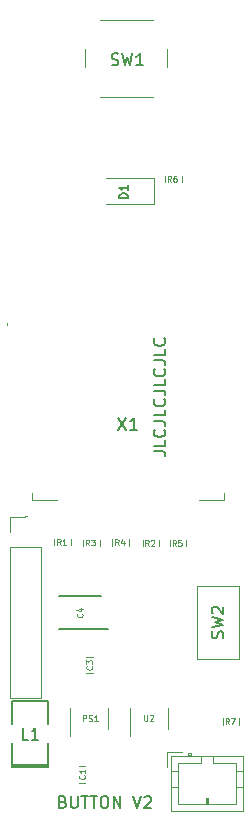
<source format=gbr>
G04 #@! TF.GenerationSoftware,KiCad,Pcbnew,(5.1.9)-1*
G04 #@! TF.CreationDate,2021-03-01T14:09:20+01:00*
G04 #@! TF.ProjectId,button,62757474-6f6e-42e6-9b69-6361645f7063,rev?*
G04 #@! TF.SameCoordinates,Original*
G04 #@! TF.FileFunction,Legend,Top*
G04 #@! TF.FilePolarity,Positive*
%FSLAX46Y46*%
G04 Gerber Fmt 4.6, Leading zero omitted, Abs format (unit mm)*
G04 Created by KiCad (PCBNEW (5.1.9)-1) date 2021-03-01 14:09:20*
%MOMM*%
%LPD*%
G01*
G04 APERTURE LIST*
%ADD10C,0.150000*%
%ADD11C,0.120000*%
%ADD12C,0.200000*%
%ADD13C,0.125000*%
G04 APERTURE END LIST*
D10*
X121752380Y-112588571D02*
X121895238Y-112636190D01*
X121942857Y-112683809D01*
X121990476Y-112779047D01*
X121990476Y-112921904D01*
X121942857Y-113017142D01*
X121895238Y-113064761D01*
X121800000Y-113112380D01*
X121419047Y-113112380D01*
X121419047Y-112112380D01*
X121752380Y-112112380D01*
X121847619Y-112160000D01*
X121895238Y-112207619D01*
X121942857Y-112302857D01*
X121942857Y-112398095D01*
X121895238Y-112493333D01*
X121847619Y-112540952D01*
X121752380Y-112588571D01*
X121419047Y-112588571D01*
X122419047Y-112112380D02*
X122419047Y-112921904D01*
X122466666Y-113017142D01*
X122514285Y-113064761D01*
X122609523Y-113112380D01*
X122800000Y-113112380D01*
X122895238Y-113064761D01*
X122942857Y-113017142D01*
X122990476Y-112921904D01*
X122990476Y-112112380D01*
X123323809Y-112112380D02*
X123895238Y-112112380D01*
X123609523Y-113112380D02*
X123609523Y-112112380D01*
X124085714Y-112112380D02*
X124657142Y-112112380D01*
X124371428Y-113112380D02*
X124371428Y-112112380D01*
X125180952Y-112112380D02*
X125371428Y-112112380D01*
X125466666Y-112160000D01*
X125561904Y-112255238D01*
X125609523Y-112445714D01*
X125609523Y-112779047D01*
X125561904Y-112969523D01*
X125466666Y-113064761D01*
X125371428Y-113112380D01*
X125180952Y-113112380D01*
X125085714Y-113064761D01*
X124990476Y-112969523D01*
X124942857Y-112779047D01*
X124942857Y-112445714D01*
X124990476Y-112255238D01*
X125085714Y-112160000D01*
X125180952Y-112112380D01*
X126038095Y-113112380D02*
X126038095Y-112112380D01*
X126609523Y-113112380D01*
X126609523Y-112112380D01*
X127704761Y-112112380D02*
X128038095Y-113112380D01*
X128371428Y-112112380D01*
X128657142Y-112207619D02*
X128704761Y-112160000D01*
X128800000Y-112112380D01*
X129038095Y-112112380D01*
X129133333Y-112160000D01*
X129180952Y-112207619D01*
X129228571Y-112302857D01*
X129228571Y-112398095D01*
X129180952Y-112540952D01*
X128609523Y-113112380D01*
X129228571Y-113112380D01*
X129422380Y-82919047D02*
X130136666Y-82919047D01*
X130279523Y-82966666D01*
X130374761Y-83061904D01*
X130422380Y-83204761D01*
X130422380Y-83300000D01*
X130422380Y-81966666D02*
X130422380Y-82442857D01*
X129422380Y-82442857D01*
X130327142Y-81061904D02*
X130374761Y-81109523D01*
X130422380Y-81252380D01*
X130422380Y-81347619D01*
X130374761Y-81490476D01*
X130279523Y-81585714D01*
X130184285Y-81633333D01*
X129993809Y-81680952D01*
X129850952Y-81680952D01*
X129660476Y-81633333D01*
X129565238Y-81585714D01*
X129470000Y-81490476D01*
X129422380Y-81347619D01*
X129422380Y-81252380D01*
X129470000Y-81109523D01*
X129517619Y-81061904D01*
X129422380Y-80347619D02*
X130136666Y-80347619D01*
X130279523Y-80395238D01*
X130374761Y-80490476D01*
X130422380Y-80633333D01*
X130422380Y-80728571D01*
X130422380Y-79395238D02*
X130422380Y-79871428D01*
X129422380Y-79871428D01*
X130327142Y-78490476D02*
X130374761Y-78538095D01*
X130422380Y-78680952D01*
X130422380Y-78776190D01*
X130374761Y-78919047D01*
X130279523Y-79014285D01*
X130184285Y-79061904D01*
X129993809Y-79109523D01*
X129850952Y-79109523D01*
X129660476Y-79061904D01*
X129565238Y-79014285D01*
X129470000Y-78919047D01*
X129422380Y-78776190D01*
X129422380Y-78680952D01*
X129470000Y-78538095D01*
X129517619Y-78490476D01*
X129422380Y-77776190D02*
X130136666Y-77776190D01*
X130279523Y-77823809D01*
X130374761Y-77919047D01*
X130422380Y-78061904D01*
X130422380Y-78157142D01*
X130422380Y-76823809D02*
X130422380Y-77300000D01*
X129422380Y-77300000D01*
X130327142Y-75919047D02*
X130374761Y-75966666D01*
X130422380Y-76109523D01*
X130422380Y-76204761D01*
X130374761Y-76347619D01*
X130279523Y-76442857D01*
X130184285Y-76490476D01*
X129993809Y-76538095D01*
X129850952Y-76538095D01*
X129660476Y-76490476D01*
X129565238Y-76442857D01*
X129470000Y-76347619D01*
X129422380Y-76204761D01*
X129422380Y-76109523D01*
X129470000Y-75966666D01*
X129517619Y-75919047D01*
X129422380Y-75204761D02*
X130136666Y-75204761D01*
X130279523Y-75252380D01*
X130374761Y-75347619D01*
X130422380Y-75490476D01*
X130422380Y-75585714D01*
X130422380Y-74252380D02*
X130422380Y-74728571D01*
X129422380Y-74728571D01*
X130327142Y-73347619D02*
X130374761Y-73395238D01*
X130422380Y-73538095D01*
X130422380Y-73633333D01*
X130374761Y-73776190D01*
X130279523Y-73871428D01*
X130184285Y-73919047D01*
X129993809Y-73966666D01*
X129850952Y-73966666D01*
X129660476Y-73919047D01*
X129565238Y-73871428D01*
X129470000Y-73776190D01*
X129422380Y-73633333D01*
X129422380Y-73538095D01*
X129470000Y-73395238D01*
X129517619Y-73347619D01*
D11*
G04 #@! TO.C,PS1*
X122390000Y-104600000D02*
X122390000Y-107050000D01*
X125610000Y-106400000D02*
X125610000Y-104600000D01*
D12*
G04 #@! TO.C,C4*
X124940000Y-95120000D02*
X121440000Y-95120000D01*
X121440000Y-97920000D02*
X125565000Y-97920000D01*
D10*
G04 #@! TO.C,L1*
X117436000Y-109674000D02*
X120484000Y-109674000D01*
X120484000Y-105991000D02*
X120484000Y-104086000D01*
X120484000Y-104086000D02*
X117436000Y-104086000D01*
X117436000Y-104086000D02*
X117436000Y-105991000D01*
X117436000Y-107642000D02*
X117436000Y-109674000D01*
X117436000Y-109474000D02*
X120484000Y-109474000D01*
X120484000Y-109674000D02*
X120484000Y-107642000D01*
D11*
G04 #@! TO.C,D1*
X129445000Y-59765000D02*
X125360000Y-59765000D01*
X129445000Y-61935000D02*
X129445000Y-59765000D01*
X125360000Y-61935000D02*
X129445000Y-61935000D01*
G04 #@! TO.C,U2*
X130610000Y-106400000D02*
X130610000Y-104600000D01*
X127390000Y-104600000D02*
X127390000Y-107050000D01*
G04 #@! TO.C,C3*
X124261252Y-101710000D02*
X123738748Y-101710000D01*
X124261252Y-100290000D02*
X123738748Y-100290000D01*
G04 #@! TO.C,C1*
X123138748Y-109540000D02*
X123661252Y-109540000D01*
X123138748Y-110960000D02*
X123661252Y-110960000D01*
G04 #@! TO.C,R3*
X123470000Y-90911252D02*
X123470000Y-90388748D01*
X124890000Y-90911252D02*
X124890000Y-90388748D01*
G04 #@! TO.C,R1*
X121020000Y-90851252D02*
X121020000Y-90328748D01*
X122440000Y-90851252D02*
X122440000Y-90328748D01*
G04 #@! TO.C,R7*
X135280000Y-106051252D02*
X135280000Y-105528748D01*
X136700000Y-106051252D02*
X136700000Y-105528748D01*
G04 #@! TO.C,R6*
X130380000Y-60111252D02*
X130380000Y-59588748D01*
X131800000Y-60111252D02*
X131800000Y-59588748D01*
G04 #@! TO.C,R5*
X130790000Y-90961252D02*
X130790000Y-90438748D01*
X132210000Y-90961252D02*
X132210000Y-90438748D01*
G04 #@! TO.C,R4*
X125940000Y-90886252D02*
X125940000Y-90363748D01*
X127360000Y-90886252D02*
X127360000Y-90363748D01*
G04 #@! TO.C,R2*
X128490000Y-90961252D02*
X128490000Y-90438748D01*
X129910000Y-90961252D02*
X129910000Y-90438748D01*
G04 #@! TO.C,C2*
X116988000Y-72251835D02*
X116988000Y-72020165D01*
G04 #@! TO.C,X1*
X135374000Y-86430000D02*
X135374000Y-87050000D01*
X135374000Y-87050000D02*
X133254000Y-87050000D01*
X121254000Y-87050000D02*
X119134000Y-87050000D01*
X119134000Y-87050000D02*
X119134000Y-86430000D01*
G04 #@! TO.C,C5*
X118740835Y-88385000D02*
X118509165Y-88385000D01*
G04 #@! TO.C,BT2*
X130570000Y-108380000D02*
X130570000Y-109630000D01*
X131820000Y-108380000D02*
X130570000Y-108380000D01*
X133930000Y-112790000D02*
X133930000Y-112290000D01*
X134030000Y-112290000D02*
X134030000Y-112790000D01*
X133830000Y-112290000D02*
X134030000Y-112290000D01*
X133830000Y-112790000D02*
X133830000Y-112290000D01*
X136990000Y-111290000D02*
X136380000Y-111290000D01*
X136990000Y-109990000D02*
X136380000Y-109990000D01*
X130870000Y-111290000D02*
X131480000Y-111290000D01*
X130870000Y-109990000D02*
X131480000Y-109990000D01*
X134430000Y-109290000D02*
X134430000Y-108680000D01*
X136380000Y-109290000D02*
X134430000Y-109290000D01*
X136380000Y-112790000D02*
X136380000Y-109290000D01*
X131480000Y-112790000D02*
X136380000Y-112790000D01*
X131480000Y-109290000D02*
X131480000Y-112790000D01*
X133430000Y-109290000D02*
X131480000Y-109290000D01*
X133430000Y-108680000D02*
X133430000Y-109290000D01*
X132630000Y-108580000D02*
X132330000Y-108580000D01*
X132330000Y-108480000D02*
X132330000Y-108680000D01*
X132630000Y-108480000D02*
X132330000Y-108480000D01*
X132630000Y-108680000D02*
X132630000Y-108480000D01*
X136990000Y-108680000D02*
X130870000Y-108680000D01*
X136990000Y-113400000D02*
X136990000Y-108680000D01*
X130870000Y-113400000D02*
X136990000Y-113400000D01*
X130870000Y-108680000D02*
X130870000Y-113400000D01*
G04 #@! TO.C,J1*
X117230000Y-88440000D02*
X118560000Y-88440000D01*
X117230000Y-89770000D02*
X117230000Y-88440000D01*
X117230000Y-91040000D02*
X119890000Y-91040000D01*
X119890000Y-91040000D02*
X119890000Y-103800000D01*
X117230000Y-91040000D02*
X117230000Y-103800000D01*
X117230000Y-103800000D02*
X119890000Y-103800000D01*
G04 #@! TO.C,SW2*
X136700000Y-94330000D02*
X136700000Y-100450000D01*
X136700000Y-100450000D02*
X133080000Y-100450000D01*
X133080000Y-100450000D02*
X133080000Y-94330000D01*
X133080000Y-94330000D02*
X136700000Y-94330000D01*
G04 #@! TO.C,SW1*
X123600000Y-48880000D02*
X123600000Y-50380000D01*
X124850000Y-52880000D02*
X129350000Y-52880000D01*
X130600000Y-50380000D02*
X130600000Y-48880000D01*
X129350000Y-46380000D02*
X124850000Y-46380000D01*
G04 #@! TO.C,PS1*
D13*
X123442857Y-105751190D02*
X123442857Y-105251190D01*
X123633333Y-105251190D01*
X123680952Y-105275000D01*
X123704761Y-105298809D01*
X123728571Y-105346428D01*
X123728571Y-105417857D01*
X123704761Y-105465476D01*
X123680952Y-105489285D01*
X123633333Y-105513095D01*
X123442857Y-105513095D01*
X123919047Y-105727380D02*
X123990476Y-105751190D01*
X124109523Y-105751190D01*
X124157142Y-105727380D01*
X124180952Y-105703571D01*
X124204761Y-105655952D01*
X124204761Y-105608333D01*
X124180952Y-105560714D01*
X124157142Y-105536904D01*
X124109523Y-105513095D01*
X124014285Y-105489285D01*
X123966666Y-105465476D01*
X123942857Y-105441666D01*
X123919047Y-105394047D01*
X123919047Y-105346428D01*
X123942857Y-105298809D01*
X123966666Y-105275000D01*
X124014285Y-105251190D01*
X124133333Y-105251190D01*
X124204761Y-105275000D01*
X124680952Y-105751190D02*
X124395238Y-105751190D01*
X124538095Y-105751190D02*
X124538095Y-105251190D01*
X124490476Y-105322619D01*
X124442857Y-105370238D01*
X124395238Y-105394047D01*
G04 #@! TO.C,C4*
X123368571Y-96653333D02*
X123392380Y-96677142D01*
X123416190Y-96748571D01*
X123416190Y-96796190D01*
X123392380Y-96867619D01*
X123344761Y-96915238D01*
X123297142Y-96939047D01*
X123201904Y-96962857D01*
X123130476Y-96962857D01*
X123035238Y-96939047D01*
X122987619Y-96915238D01*
X122940000Y-96867619D01*
X122916190Y-96796190D01*
X122916190Y-96748571D01*
X122940000Y-96677142D01*
X122963809Y-96653333D01*
X123082857Y-96224761D02*
X123416190Y-96224761D01*
X122892380Y-96343809D02*
X123249523Y-96462857D01*
X123249523Y-96153333D01*
G04 #@! TO.C,L1*
D10*
X118808333Y-107317380D02*
X118332142Y-107317380D01*
X118332142Y-106317380D01*
X119665476Y-107317380D02*
X119094047Y-107317380D01*
X119379761Y-107317380D02*
X119379761Y-106317380D01*
X119284523Y-106460238D01*
X119189285Y-106555476D01*
X119094047Y-106603095D01*
G04 #@! TO.C,D1*
X127226666Y-61466666D02*
X126526666Y-61466666D01*
X126526666Y-61300000D01*
X126560000Y-61200000D01*
X126626666Y-61133333D01*
X126693333Y-61100000D01*
X126826666Y-61066666D01*
X126926666Y-61066666D01*
X127060000Y-61100000D01*
X127126666Y-61133333D01*
X127193333Y-61200000D01*
X127226666Y-61300000D01*
X127226666Y-61466666D01*
X127226666Y-60400000D02*
X127226666Y-60800000D01*
X127226666Y-60600000D02*
X126526666Y-60600000D01*
X126626666Y-60666666D01*
X126693333Y-60733333D01*
X126726666Y-60800000D01*
G04 #@! TO.C,U2*
D13*
X128619047Y-105226190D02*
X128619047Y-105630952D01*
X128642857Y-105678571D01*
X128666666Y-105702380D01*
X128714285Y-105726190D01*
X128809523Y-105726190D01*
X128857142Y-105702380D01*
X128880952Y-105678571D01*
X128904761Y-105630952D01*
X128904761Y-105226190D01*
X129119047Y-105273809D02*
X129142857Y-105250000D01*
X129190476Y-105226190D01*
X129309523Y-105226190D01*
X129357142Y-105250000D01*
X129380952Y-105273809D01*
X129404761Y-105321428D01*
X129404761Y-105369047D01*
X129380952Y-105440476D01*
X129095238Y-105726190D01*
X129404761Y-105726190D01*
G04 #@! TO.C,C3*
X124178571Y-101083333D02*
X124202380Y-101107142D01*
X124226190Y-101178571D01*
X124226190Y-101226190D01*
X124202380Y-101297619D01*
X124154761Y-101345238D01*
X124107142Y-101369047D01*
X124011904Y-101392857D01*
X123940476Y-101392857D01*
X123845238Y-101369047D01*
X123797619Y-101345238D01*
X123750000Y-101297619D01*
X123726190Y-101226190D01*
X123726190Y-101178571D01*
X123750000Y-101107142D01*
X123773809Y-101083333D01*
X123726190Y-100916666D02*
X123726190Y-100607142D01*
X123916666Y-100773809D01*
X123916666Y-100702380D01*
X123940476Y-100654761D01*
X123964285Y-100630952D01*
X124011904Y-100607142D01*
X124130952Y-100607142D01*
X124178571Y-100630952D01*
X124202380Y-100654761D01*
X124226190Y-100702380D01*
X124226190Y-100845238D01*
X124202380Y-100892857D01*
X124178571Y-100916666D01*
G04 #@! TO.C,C1*
X123578571Y-110333333D02*
X123602380Y-110357142D01*
X123626190Y-110428571D01*
X123626190Y-110476190D01*
X123602380Y-110547619D01*
X123554761Y-110595238D01*
X123507142Y-110619047D01*
X123411904Y-110642857D01*
X123340476Y-110642857D01*
X123245238Y-110619047D01*
X123197619Y-110595238D01*
X123150000Y-110547619D01*
X123126190Y-110476190D01*
X123126190Y-110428571D01*
X123150000Y-110357142D01*
X123173809Y-110333333D01*
X123626190Y-109857142D02*
X123626190Y-110142857D01*
X123626190Y-110000000D02*
X123126190Y-110000000D01*
X123197619Y-110047619D01*
X123245238Y-110095238D01*
X123269047Y-110142857D01*
G04 #@! TO.C,R3*
X123996666Y-90876190D02*
X123830000Y-90638095D01*
X123710952Y-90876190D02*
X123710952Y-90376190D01*
X123901428Y-90376190D01*
X123949047Y-90400000D01*
X123972857Y-90423809D01*
X123996666Y-90471428D01*
X123996666Y-90542857D01*
X123972857Y-90590476D01*
X123949047Y-90614285D01*
X123901428Y-90638095D01*
X123710952Y-90638095D01*
X124163333Y-90376190D02*
X124472857Y-90376190D01*
X124306190Y-90566666D01*
X124377619Y-90566666D01*
X124425238Y-90590476D01*
X124449047Y-90614285D01*
X124472857Y-90661904D01*
X124472857Y-90780952D01*
X124449047Y-90828571D01*
X124425238Y-90852380D01*
X124377619Y-90876190D01*
X124234761Y-90876190D01*
X124187142Y-90852380D01*
X124163333Y-90828571D01*
G04 #@! TO.C,R1*
X121546666Y-90816190D02*
X121380000Y-90578095D01*
X121260952Y-90816190D02*
X121260952Y-90316190D01*
X121451428Y-90316190D01*
X121499047Y-90340000D01*
X121522857Y-90363809D01*
X121546666Y-90411428D01*
X121546666Y-90482857D01*
X121522857Y-90530476D01*
X121499047Y-90554285D01*
X121451428Y-90578095D01*
X121260952Y-90578095D01*
X122022857Y-90816190D02*
X121737142Y-90816190D01*
X121880000Y-90816190D02*
X121880000Y-90316190D01*
X121832380Y-90387619D01*
X121784761Y-90435238D01*
X121737142Y-90459047D01*
G04 #@! TO.C,R7*
X135806666Y-106016190D02*
X135640000Y-105778095D01*
X135520952Y-106016190D02*
X135520952Y-105516190D01*
X135711428Y-105516190D01*
X135759047Y-105540000D01*
X135782857Y-105563809D01*
X135806666Y-105611428D01*
X135806666Y-105682857D01*
X135782857Y-105730476D01*
X135759047Y-105754285D01*
X135711428Y-105778095D01*
X135520952Y-105778095D01*
X135973333Y-105516190D02*
X136306666Y-105516190D01*
X136092380Y-106016190D01*
G04 #@! TO.C,R6*
X130906666Y-60076190D02*
X130740000Y-59838095D01*
X130620952Y-60076190D02*
X130620952Y-59576190D01*
X130811428Y-59576190D01*
X130859047Y-59600000D01*
X130882857Y-59623809D01*
X130906666Y-59671428D01*
X130906666Y-59742857D01*
X130882857Y-59790476D01*
X130859047Y-59814285D01*
X130811428Y-59838095D01*
X130620952Y-59838095D01*
X131335238Y-59576190D02*
X131240000Y-59576190D01*
X131192380Y-59600000D01*
X131168571Y-59623809D01*
X131120952Y-59695238D01*
X131097142Y-59790476D01*
X131097142Y-59980952D01*
X131120952Y-60028571D01*
X131144761Y-60052380D01*
X131192380Y-60076190D01*
X131287619Y-60076190D01*
X131335238Y-60052380D01*
X131359047Y-60028571D01*
X131382857Y-59980952D01*
X131382857Y-59861904D01*
X131359047Y-59814285D01*
X131335238Y-59790476D01*
X131287619Y-59766666D01*
X131192380Y-59766666D01*
X131144761Y-59790476D01*
X131120952Y-59814285D01*
X131097142Y-59861904D01*
G04 #@! TO.C,R5*
X131316666Y-90926190D02*
X131150000Y-90688095D01*
X131030952Y-90926190D02*
X131030952Y-90426190D01*
X131221428Y-90426190D01*
X131269047Y-90450000D01*
X131292857Y-90473809D01*
X131316666Y-90521428D01*
X131316666Y-90592857D01*
X131292857Y-90640476D01*
X131269047Y-90664285D01*
X131221428Y-90688095D01*
X131030952Y-90688095D01*
X131769047Y-90426190D02*
X131530952Y-90426190D01*
X131507142Y-90664285D01*
X131530952Y-90640476D01*
X131578571Y-90616666D01*
X131697619Y-90616666D01*
X131745238Y-90640476D01*
X131769047Y-90664285D01*
X131792857Y-90711904D01*
X131792857Y-90830952D01*
X131769047Y-90878571D01*
X131745238Y-90902380D01*
X131697619Y-90926190D01*
X131578571Y-90926190D01*
X131530952Y-90902380D01*
X131507142Y-90878571D01*
G04 #@! TO.C,R4*
X126466666Y-90851190D02*
X126300000Y-90613095D01*
X126180952Y-90851190D02*
X126180952Y-90351190D01*
X126371428Y-90351190D01*
X126419047Y-90375000D01*
X126442857Y-90398809D01*
X126466666Y-90446428D01*
X126466666Y-90517857D01*
X126442857Y-90565476D01*
X126419047Y-90589285D01*
X126371428Y-90613095D01*
X126180952Y-90613095D01*
X126895238Y-90517857D02*
X126895238Y-90851190D01*
X126776190Y-90327380D02*
X126657142Y-90684523D01*
X126966666Y-90684523D01*
G04 #@! TO.C,R2*
X129016666Y-90926190D02*
X128850000Y-90688095D01*
X128730952Y-90926190D02*
X128730952Y-90426190D01*
X128921428Y-90426190D01*
X128969047Y-90450000D01*
X128992857Y-90473809D01*
X129016666Y-90521428D01*
X129016666Y-90592857D01*
X128992857Y-90640476D01*
X128969047Y-90664285D01*
X128921428Y-90688095D01*
X128730952Y-90688095D01*
X129207142Y-90473809D02*
X129230952Y-90450000D01*
X129278571Y-90426190D01*
X129397619Y-90426190D01*
X129445238Y-90450000D01*
X129469047Y-90473809D01*
X129492857Y-90521428D01*
X129492857Y-90569047D01*
X129469047Y-90640476D01*
X129183333Y-90926190D01*
X129492857Y-90926190D01*
G04 #@! TO.C,X1*
D10*
X126444476Y-80097380D02*
X127111142Y-81097380D01*
X127111142Y-80097380D02*
X126444476Y-81097380D01*
X128015904Y-81097380D02*
X127444476Y-81097380D01*
X127730190Y-81097380D02*
X127730190Y-80097380D01*
X127634952Y-80240238D01*
X127539714Y-80335476D01*
X127444476Y-80383095D01*
G04 #@! TO.C,SW2*
X135294761Y-98723333D02*
X135342380Y-98580476D01*
X135342380Y-98342380D01*
X135294761Y-98247142D01*
X135247142Y-98199523D01*
X135151904Y-98151904D01*
X135056666Y-98151904D01*
X134961428Y-98199523D01*
X134913809Y-98247142D01*
X134866190Y-98342380D01*
X134818571Y-98532857D01*
X134770952Y-98628095D01*
X134723333Y-98675714D01*
X134628095Y-98723333D01*
X134532857Y-98723333D01*
X134437619Y-98675714D01*
X134390000Y-98628095D01*
X134342380Y-98532857D01*
X134342380Y-98294761D01*
X134390000Y-98151904D01*
X134342380Y-97818571D02*
X135342380Y-97580476D01*
X134628095Y-97390000D01*
X135342380Y-97199523D01*
X134342380Y-96961428D01*
X134437619Y-96628095D02*
X134390000Y-96580476D01*
X134342380Y-96485238D01*
X134342380Y-96247142D01*
X134390000Y-96151904D01*
X134437619Y-96104285D01*
X134532857Y-96056666D01*
X134628095Y-96056666D01*
X134770952Y-96104285D01*
X135342380Y-96675714D01*
X135342380Y-96056666D01*
G04 #@! TO.C,SW1*
X125874946Y-50173521D02*
X126017803Y-50221140D01*
X126255899Y-50221140D01*
X126351137Y-50173521D01*
X126398756Y-50125902D01*
X126446375Y-50030664D01*
X126446375Y-49935426D01*
X126398756Y-49840188D01*
X126351137Y-49792569D01*
X126255899Y-49744950D01*
X126065422Y-49697331D01*
X125970184Y-49649712D01*
X125922565Y-49602093D01*
X125874946Y-49506855D01*
X125874946Y-49411617D01*
X125922565Y-49316379D01*
X125970184Y-49268760D01*
X126065422Y-49221140D01*
X126303518Y-49221140D01*
X126446375Y-49268760D01*
X126779708Y-49221140D02*
X127017803Y-50221140D01*
X127208280Y-49506855D01*
X127398756Y-50221140D01*
X127636851Y-49221140D01*
X128541613Y-50221140D02*
X127970184Y-50221140D01*
X128255899Y-50221140D02*
X128255899Y-49221140D01*
X128160660Y-49363998D01*
X128065422Y-49459236D01*
X127970184Y-49506855D01*
G04 #@! TD*
M02*

</source>
